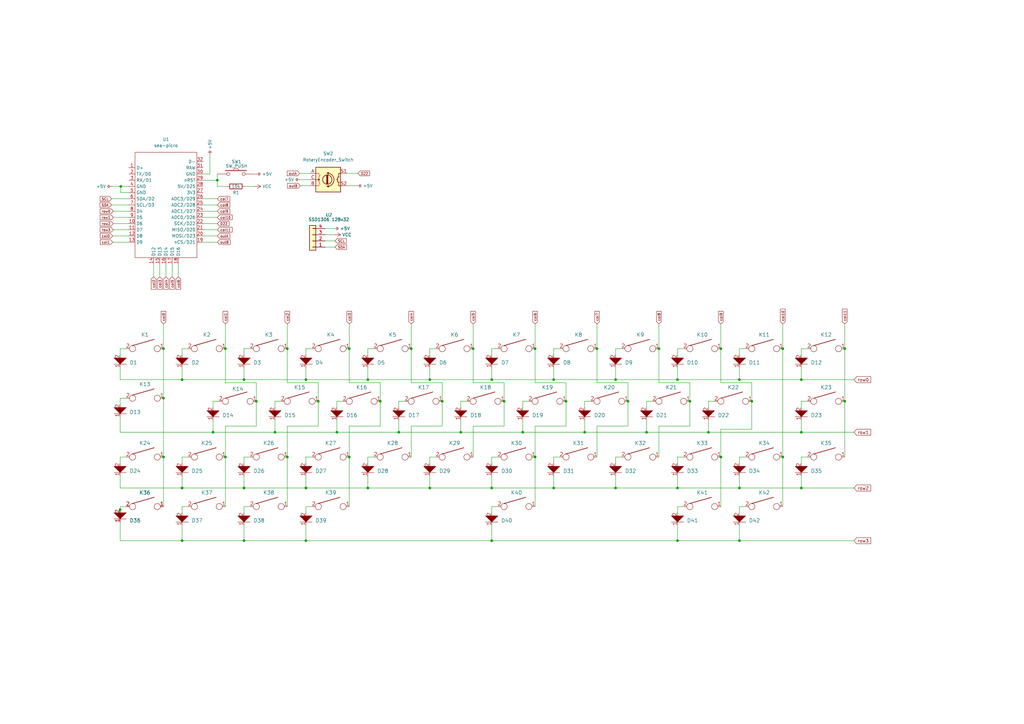
<source format=kicad_sch>
(kicad_sch (version 20211123) (generator eeschema)
  (paper "A3")
  (title_block (title "whykb") (date "2023-01-27") (rev "REV1") (comment 2 "creativecommons.org/licenses/by/4.0") (comment 3 "License: CC BY 4.0") (comment 4 "Author: github.com/danielandinh"))
  (lib_symbols
    (symbol "Connector_Generic:Conn_01x04" (pin_names (offset 1.016) hide)
      (property "Reference" "J" (at 0 5.08 0))
      (property "Value" "Conn_01x04" (at 0 -7.62 0))
      (symbol "Conn_01x04_1_1"
        (pin passive line (at -5.08 2.54 0) (length 3.81) (name "Pin_1") (number "1"))
        (pin passive line (at -5.08 0 0) (length 3.81) (name "Pin_2") (number "2"))
        (pin passive line (at -5.08 -2.54 0) (length 3.81) (name "Pin_3") (number "3"))
        (pin passive line (at -5.08 -5.08 0) (length 3.81) (name "Pin_4") (number "4"))
      )
    )
    (symbol "Device:R" (pin_numbers hide) (pin_names (offset 0))
      (property "Reference" "R" (at 2.032 0 90))
      (property "Value" "R" (at 0 0 90))
      (symbol "R_1_1"
        (pin passive line (at 0 3.81 270) (length 1.27) (name "~") (number "1"))
        (pin passive line (at 0 -3.81 90) (length 1.27) (name "~") (number "2"))
      )
    )
    (symbol "Device:RotaryEncoder_Switch" (pin_names (offset 0.254) hide)
      (property "Reference" "SW" (at 0 6.604 0))
      (property "Value" "RotaryEncoder_Switch" (at 0 -6.604 0))
      (symbol "RotaryEncoder_Switch_1_1"
        (pin passive line (at -7.62 2.54 0) (length 2.54) (name "A") (number "A"))
        (pin passive line (at -7.62 -2.54 0) (length 2.54) (name "B") (number "B"))
        (pin passive line (at -7.62 0 0) (length 2.54) (name "C") (number "C"))
        (pin passive line (at 7.62 2.54 180) (length 2.54) (name "S1") (number "S1"))
        (pin passive line (at 7.62 -2.54 180) (length 2.54) (name "S2") (number "S2"))
      )
    )
    (symbol "keyboard_parts:D" (pin_names (offset 1.016))
      (property "Reference" "D" (at -3.81 -1.27 90))
      (symbol "D_1_1"
        (pin passive line (at 0 1.27 270) (length 1.27) (name "~") (number "1"))
        (pin passive line (at 0 -3.81 90) (length 1.27) (name "~") (number "2"))
      )
    )
    (symbol "keyboard_parts:Elite-C"
      (property "Reference" "U" (at -2.54 21.59 0))
      (property "Value" "Elite-C" (at 3.81 21.59 0))
      (symbol "Elite-C_1_1"
        (pin input line (at -15.24 13.97 0) (length 2.54) (name "D+") (number "1"))
        (pin input line (at -15.24 -8.89 0) (length 2.54) (name "D6") (number "10"))
        (pin input line (at -15.24 -11.43 0) (length 2.54) (name "D7") (number "11"))
        (pin input line (at -15.24 -13.97 0) (length 2.54) (name "D8") (number "12"))
        (pin input line (at -15.24 -16.51 0) (length 2.54) (name "D9") (number "13"))
        (pin input line (at -5.08 -25.4 90) (length 2.54) (name "D12") (number "14"))
        (pin input line (at -2.54 -25.4 90) (length 2.54) (name "D13") (number "15"))
        (pin input line (at 0 -25.4 90) (length 2.54) (name "D14") (number "16"))
        (pin input line (at 2.54 -25.4 90) (length 2.54) (name "D15") (number "17"))
        (pin input line (at 5.08 -25.4 90) (length 2.54) (name "D16") (number "18"))
        (pin input line (at 15.24 -16.51 180) (length 2.54) (name "nCS/D21") (number "19"))
        (pin input line (at -15.24 11.43 0) (length 2.54) (name "TX/D0") (number "2"))
        (pin input line (at 15.24 -13.97 180) (length 2.54) (name "MOSI/D23") (number "20"))
        (pin input line (at 15.24 -11.43 180) (length 2.54) (name "MISO/D20") (number "21"))
        (pin input line (at 15.24 -8.89 180) (length 2.54) (name "SCK/D22") (number "22"))
        (pin input line (at 15.24 -6.35 180) (length 2.54) (name "ADC0/D26") (number "23"))
        (pin input line (at 15.24 -3.81 180) (length 2.54) (name "ADC1/D27") (number "24"))
        (pin input line (at 15.24 -1.27 180) (length 2.54) (name "ADC2/D28") (number "25"))
        (pin input line (at 15.24 1.27 180) (length 2.54) (name "ADC3/D29") (number "26"))
        (pin input line (at 15.24 3.81 180) (length 2.54) (name "3V3") (number "27"))
        (pin input line (at 15.24 6.35 180) (length 2.54) (name "5V/D25") (number "28"))
        (pin input line (at 15.24 8.89 180) (length 2.54) (name "nRST") (number "29"))
        (pin input line (at -15.24 8.89 0) (length 2.54) (name "RX/D1") (number "3"))
        (pin input line (at 15.24 11.43 180) (length 2.54) (name "GND") (number "30"))
        (pin input line (at 15.24 13.97 180) (length 2.54) (name "RAW") (number "31"))
        (pin input line (at 15.24 16.51 180) (length 2.54) (name "D-") (number "32"))
        (pin input line (at -15.24 6.35 0) (length 2.54) (name "GND") (number "4"))
        (pin input line (at -15.24 3.81 0) (length 2.54) (name "GND") (number "5"))
        (pin input line (at -15.24 1.27 0) (length 2.54) (name "SDA/D2") (number "6"))
        (pin input line (at -15.24 -1.27 0) (length 2.54) (name "SCL/D3") (number "7"))
        (pin input line (at -15.24 -3.81 0) (length 2.54) (name "D4") (number "8"))
        (pin input line (at -15.24 -6.35 0) (length 2.54) (name "D5") (number "9"))
      )
    )
    (symbol "keyboard_parts:GND" (power) (pin_names (offset 0))
      (property "Value" "GND" (at 0 -2.54 0))
      (symbol "GND_0_0"
        (pin power_in line (at 0 0 90) (length 0) hide (name "+5V") (number "1"))
      )
    )
    (symbol "keyboard_parts:KEYSW" (pin_names (offset 1.016))
      (property "Reference" "K?" (at -1.27 0 0))
      (symbol "KEYSW_1_1"
        (pin passive line (at 7.62 0 180) (length 1.27) (name "~") (number "1"))
        (pin passive line (at -7.62 0 0) (length 1.27) (name "~") (number "2"))
      )
    )
    (symbol "keyboard_parts:SW_PUSH" (pin_numbers hide) (pin_names (offset 1.016) hide)
      (property "Reference" "SW" (at 3.81 2.794 0))
      (property "Value" "SW_PUSH" (at 0 -2.032 0))
      (symbol "SW_PUSH_0_1"
        (pin passive inverted (at -7.62 0 0) (length 5.08) (name "1") (number "1"))
        (pin passive inverted (at 7.62 0 180) (length 5.08) (name "2") (number "2"))
      )
    )
    (symbol "power:VCC" (power) (pin_names (offset 0))
      (property "Value" "VCC" (at 0 3.81 0))
      (symbol "VCC_1_1"
        (pin power_in line (at 0 0 90) (length 0) hide (name "VCC") (number "1"))
      )
    )
  )
  (junction (at 201.676 221.742))
  (junction (at 163.576 177.292))
  (junction (at 49.53 76.454))
  (junction (at 308.356 164.592))
  (junction (at 112.776 177.292))
  (junction (at 138.176 177.292))
  (junction (at 239.776 177.292))
  (junction (at 227.076 200.152))
  (junction (at 155.956 164.592))
  (junction (at 214.376 177.292))
  (junction (at 143.256 187.452))
  (junction (at 181.356 164.592))
  (junction (at 277.876 155.702))
  (junction (at 282.956 164.592))
  (junction (at 117.856 143.002))
  (junction (at 328.676 177.292))
  (junction (at 303.276 200.152))
  (junction (at 277.876 221.742))
  (junction (at 219.456 143.002))
  (junction (at 321.056 187.452))
  (junction (at 201.676 155.702))
  (junction (at 176.276 155.702))
  (junction (at 346.456 143.002))
  (junction (at 265.176 177.292))
  (junction (at 125.476 200.152))
  (junction (at 67.056 187.452))
  (junction (at 92.456 143.002))
  (junction (at 346.456 164.592))
  (junction (at 227.076 155.702))
  (junction (at 74.676 221.742))
  (junction (at 252.476 155.702))
  (junction (at 49.276 209.042))
  (junction (at 303.276 155.702))
  (junction (at 100.076 155.702))
  (junction (at 188.976 177.292))
  (junction (at 295.656 143.002))
  (junction (at 270.256 143.002))
  (junction (at 176.276 200.152))
  (junction (at 67.056 163.322))
  (junction (at 117.856 187.452))
  (junction (at 89.154 73.914))
  (junction (at 232.156 164.592))
  (junction (at 328.676 200.152))
  (junction (at 168.656 143.002))
  (junction (at 219.456 187.452))
  (junction (at 252.476 200.152))
  (junction (at 244.856 143.002))
  (junction (at 74.676 155.702))
  (junction (at 257.556 164.592))
  (junction (at 100.076 200.152))
  (junction (at 87.376 177.292))
  (junction (at 277.876 200.152))
  (junction (at 125.476 221.742))
  (junction (at 130.556 164.592))
  (junction (at 150.876 155.702))
  (junction (at 328.676 155.702))
  (junction (at 143.256 143.002))
  (junction (at 92.456 187.452))
  (junction (at 295.656 187.452))
  (junction (at 201.676 200.152))
  (junction (at 194.056 143.002))
  (junction (at 206.756 164.592))
  (junction (at 303.276 221.742))
  (junction (at 150.876 200.152))
  (junction (at 100.076 221.742))
  (junction (at 321.056 143.002))
  (junction (at 125.476 155.702))
  (junction (at 74.676 200.152))
  (junction (at 105.156 164.592))
  (junction (at 67.056 143.002))
  (junction (at 290.576 177.292))
  (wire (pts (xy 125.476 200.152) (xy 150.876 200.152)))
  (wire (pts (xy 83.312 86.614) (xy 89.154 86.614)))
  (wire (pts (xy 252.476 155.702) (xy 277.876 155.702)))
  (wire (pts (xy 277.876 150.622) (xy 277.876 155.702)))
  (wire (pts (xy 49.276 209.042) (xy 49.276 207.772)))
  (wire (pts (xy 83.312 91.694) (xy 89.154 91.694)))
  (wire (pts (xy 290.576 172.212) (xy 290.576 177.292)))
  (wire (pts (xy 155.956 164.592) (xy 155.956 174.752)))
  (wire (pts (xy 194.056 174.752) (xy 194.056 187.452)))
  (wire (pts (xy 125.476 210.312) (xy 125.476 207.772)))
  (wire (pts (xy 49.276 207.772) (xy 51.816 207.772)))
  (wire (pts (xy 83.312 96.774) (xy 89.154 96.774)))
  (wire (pts (xy 252.476 143.002) (xy 255.016 143.002)))
  (wire (pts (xy 244.856 156.972) (xy 257.556 156.972)))
  (wire (pts (xy 125.476 145.542) (xy 125.476 143.002)))
  (wire (pts (xy 142.24 76.2) (xy 146.558 76.2)))
  (wire (pts (xy 150.876 155.702) (xy 176.276 155.702)))
  (wire (pts (xy 117.856 174.752) (xy 117.856 187.452)))
  (wire (pts (xy 308.356 164.592) (xy 308.356 176.022)))
  (wire (pts (xy 163.576 164.592) (xy 166.116 164.592)))
  (wire (pts (xy 67.056 143.002) (xy 67.056 163.322)))
  (wire (pts (xy 125.476 155.702) (xy 150.876 155.702)))
  (wire (pts (xy 100.076 207.772) (xy 102.616 207.772)))
  (wire (pts (xy 125.476 187.452) (xy 128.016 187.452)))
  (wire (pts (xy 227.076 150.622) (xy 227.076 155.702)))
  (wire (pts (xy 163.576 172.212) (xy 163.576 177.292)))
  (wire (pts (xy 303.276 143.002) (xy 305.816 143.002)))
  (wire (pts (xy 117.856 143.002) (xy 117.856 156.972)))
  (wire (pts (xy 100.076 200.152) (xy 125.476 200.152)))
  (wire (pts (xy 125.476 195.072) (xy 125.476 200.152)))
  (wire (pts (xy 163.576 167.132) (xy 163.576 164.592)))
  (wire (pts (xy 49.276 155.702) (xy 74.676 155.702)))
  (wire (pts (xy 239.776 172.212) (xy 239.776 177.292)))
  (wire (pts (xy 100.076 221.742) (xy 125.476 221.742)))
  (wire (pts (xy 74.676 215.392) (xy 74.676 221.742)))
  (wire (pts (xy 308.356 156.972) (xy 308.356 164.592)))
  (wire (pts (xy 105.156 71.374) (xy 104.394 71.374)))
  (wire (pts (xy 83.312 81.534) (xy 89.154 81.534)))
  (wire (pts (xy 346.456 143.002) (xy 346.456 132.842)))
  (wire (pts (xy 49.276 189.992) (xy 49.276 187.452)))
  (wire (pts (xy 214.376 167.132) (xy 214.376 164.592)))
  (wire (pts (xy 290.576 167.132) (xy 290.576 164.592)))
  (wire (pts (xy 232.156 174.752) (xy 219.456 174.752)))
  (wire (pts (xy 257.556 164.592) (xy 257.556 174.752)))
  (wire (pts (xy 201.676 143.002) (xy 204.216 143.002)))
  (wire (pts (xy 277.876 207.772) (xy 280.416 207.772)))
  (wire (pts (xy 244.856 143.002) (xy 244.856 132.842)))
  (wire (pts (xy 49.276 221.742) (xy 74.676 221.742)))
  (wire (pts (xy 201.676 145.542) (xy 201.676 143.002)))
  (wire (pts (xy 49.53 76.454) (xy 52.832 76.454)))
  (wire (pts (xy 112.776 164.592) (xy 115.316 164.592)))
  (wire (pts (xy 188.976 164.592) (xy 191.516 164.592)))
  (wire (pts (xy 46.228 96.774) (xy 52.832 96.774)))
  (wire (pts (xy 270.256 187.452) (xy 270.256 174.752)))
  (wire (pts (xy 125.476 221.742) (xy 201.676 221.742)))
  (wire (pts (xy 125.476 215.392) (xy 125.476 221.742)))
  (wire (pts (xy 105.156 164.592) (xy 105.156 174.752)))
  (wire (pts (xy 277.876 200.152) (xy 303.276 200.152)))
  (wire (pts (xy 201.676 150.622) (xy 201.676 155.702)))
  (wire (pts (xy 49.276 214.122) (xy 49.276 221.742)))
  (wire (pts (xy 303.276 150.622) (xy 303.276 155.702)))
  (wire (pts (xy 49.276 145.542) (xy 49.276 143.002)))
  (wire (pts (xy 87.376 172.212) (xy 87.376 177.292)))
  (wire (pts (xy 89.154 71.374) (xy 89.154 73.914)))
  (wire (pts (xy 125.476 143.002) (xy 128.016 143.002)))
  (wire (pts (xy 73.152 108.204) (xy 73.152 113.538)))
  (wire (pts (xy 201.676 210.312) (xy 201.676 207.772)))
  (wire (pts (xy 270.256 156.972) (xy 270.256 143.002)))
  (wire (pts (xy 163.576 177.292) (xy 188.976 177.292)))
  (wire (pts (xy 206.756 174.752) (xy 194.056 174.752)))
  (wire (pts (xy 328.676 200.152) (xy 350.266 200.152)))
  (wire (pts (xy 105.156 156.972) (xy 105.156 164.592)))
  (wire (pts (xy 176.276 187.452) (xy 178.816 187.452)))
  (wire (pts (xy 219.456 132.842) (xy 219.456 143.002)))
  (wire (pts (xy 100.076 150.622) (xy 100.076 155.702)))
  (wire (pts (xy 265.176 172.212) (xy 265.176 177.292)))
  (wire (pts (xy 46.228 99.314) (xy 52.832 99.314)))
  (wire (pts (xy 130.556 164.592) (xy 130.556 174.752)))
  (wire (pts (xy 150.876 195.072) (xy 150.876 200.152)))
  (wire (pts (xy 83.312 99.314) (xy 89.154 99.314)))
  (wire (pts (xy 143.256 156.972) (xy 155.956 156.972)))
  (wire (pts (xy 295.656 156.972) (xy 308.356 156.972)))
  (wire (pts (xy 214.376 172.212) (xy 214.376 177.292)))
  (wire (pts (xy 123.19 76.2) (xy 127 76.2)))
  (wire (pts (xy 138.176 172.212) (xy 138.176 177.292)))
  (wire (pts (xy 168.656 143.002) (xy 168.656 156.972)))
  (wire (pts (xy 133.35 98.806) (xy 137.414 98.806)))
  (wire (pts (xy 295.656 143.002) (xy 295.656 156.972)))
  (wire (pts (xy 201.676 200.152) (xy 227.076 200.152)))
  (wire (pts (xy 122.936 73.66) (xy 127 73.66)))
  (wire (pts (xy 168.656 187.452) (xy 168.656 174.752)))
  (wire (pts (xy 86.106 71.374) (xy 86.106 63.5)))
  (wire (pts (xy 214.376 177.292) (xy 239.776 177.292)))
  (wire (pts (xy 138.176 164.592) (xy 140.716 164.592)))
  (wire (pts (xy 277.876 143.002) (xy 280.416 143.002)))
  (wire (pts (xy 130.556 174.752) (xy 117.856 174.752)))
  (wire (pts (xy 176.276 155.702) (xy 201.676 155.702)))
  (wire (pts (xy 194.056 156.972) (xy 206.756 156.972)))
  (wire (pts (xy 112.776 177.292) (xy 138.176 177.292)))
  (wire (pts (xy 308.356 176.022) (xy 295.656 176.022)))
  (wire (pts (xy 328.676 187.452) (xy 331.216 187.452)))
  (wire (pts (xy 252.476 150.622) (xy 252.476 155.702)))
  (wire (pts (xy 201.676 221.742) (xy 277.876 221.742)))
  (wire (pts (xy 49.276 187.452) (xy 51.816 187.452)))
  (wire (pts (xy 303.276 195.072) (xy 303.276 200.152)))
  (wire (pts (xy 328.676 145.542) (xy 328.676 143.002)))
  (wire (pts (xy 176.276 200.152) (xy 201.676 200.152)))
  (wire (pts (xy 232.156 156.972) (xy 232.156 164.592)))
  (wire (pts (xy 244.856 143.002) (xy 244.856 156.972)))
  (wire (pts (xy 265.176 167.132) (xy 265.176 164.592)))
  (wire (pts (xy 277.876 187.452) (xy 280.416 187.452)))
  (wire (pts (xy 176.276 189.992) (xy 176.276 187.452)))
  (wire (pts (xy 219.456 156.972) (xy 232.156 156.972)))
  (wire (pts (xy 67.056 187.452) (xy 67.056 207.772)))
  (wire (pts (xy 290.576 164.592) (xy 293.116 164.592)))
  (wire (pts (xy 295.656 187.452) (xy 295.656 207.772)))
  (wire (pts (xy 125.476 150.622) (xy 125.476 155.702)))
  (wire (pts (xy 252.476 187.452) (xy 255.016 187.452)))
  (wire (pts (xy 150.876 143.002) (xy 153.416 143.002)))
  (wire (pts (xy 143.256 187.452) (xy 143.256 207.772)))
  (wire (pts (xy 252.476 195.072) (xy 252.476 200.152)))
  (wire (pts (xy 321.056 187.452) (xy 321.056 207.772)))
  (wire (pts (xy 194.056 143.002) (xy 194.056 132.842)))
  (wire (pts (xy 201.676 155.702) (xy 227.076 155.702)))
  (wire (pts (xy 252.476 189.992) (xy 252.476 187.452)))
  (wire (pts (xy 188.976 177.292) (xy 214.376 177.292)))
  (wire (pts (xy 49.276 163.322) (xy 51.816 163.322)))
  (wire (pts (xy 74.676 143.002) (xy 77.216 143.002)))
  (wire (pts (xy 188.976 172.212) (xy 188.976 177.292)))
  (wire (pts (xy 104.394 76.454) (xy 100.584 76.454)))
  (wire (pts (xy 328.676 164.592) (xy 331.216 164.592)))
  (wire (pts (xy 328.676 155.702) (xy 350.266 155.702)))
  (wire (pts (xy 112.776 172.212) (xy 112.776 177.292)))
  (wire (pts (xy 227.076 187.452) (xy 229.616 187.452)))
  (wire (pts (xy 282.956 164.592) (xy 282.956 156.972)))
  (wire (pts (xy 227.076 195.072) (xy 227.076 200.152)))
  (wire (pts (xy 49.276 150.622) (xy 49.276 155.702)))
  (wire (pts (xy 92.964 76.454) (xy 89.154 76.454)))
  (wire (pts (xy 87.376 177.292) (xy 112.776 177.292)))
  (wire (pts (xy 125.476 207.772) (xy 128.016 207.772)))
  (wire (pts (xy 239.776 167.132) (xy 239.776 164.592)))
  (wire (pts (xy 282.956 156.972) (xy 270.256 156.972)))
  (wire (pts (xy 117.856 132.842) (xy 117.856 143.002)))
  (wire (pts (xy 138.176 177.292) (xy 163.576 177.292)))
  (wire (pts (xy 303.276 210.312) (xy 303.276 207.772)))
  (wire (pts (xy 214.376 164.592) (xy 216.916 164.592)))
  (wire (pts (xy 321.056 143.002) (xy 321.056 187.452)))
  (wire (pts (xy 49.53 78.994) (xy 49.53 76.454)))
  (wire (pts (xy 303.276 200.152) (xy 328.676 200.152)))
  (wire (pts (xy 150.876 187.452) (xy 153.416 187.452)))
  (wire (pts (xy 303.276 145.542) (xy 303.276 143.002)))
  (wire (pts (xy 74.676 221.742) (xy 100.076 221.742)))
  (wire (pts (xy 201.676 189.992) (xy 201.676 187.452)))
  (wire (pts (xy 270.256 132.842) (xy 270.256 143.002)))
  (wire (pts (xy 252.476 145.542) (xy 252.476 143.002)))
  (wire (pts (xy 49.276 177.292) (xy 87.376 177.292)))
  (wire (pts (xy 257.556 174.752) (xy 244.856 174.752)))
  (wire (pts (xy 328.676 143.002) (xy 331.216 143.002)))
  (wire (pts (xy 181.356 174.752) (xy 181.356 164.592)))
  (wire (pts (xy 143.256 174.752) (xy 143.256 187.452)))
  (wire (pts (xy 150.876 145.542) (xy 150.876 143.002)))
  (wire (pts (xy 100.076 155.702) (xy 125.476 155.702)))
  (wire (pts (xy 83.312 71.374) (xy 86.106 71.374)))
  (wire (pts (xy 155.956 174.752) (xy 143.256 174.752)))
  (wire (pts (xy 176.276 195.072) (xy 176.276 200.152)))
  (wire (pts (xy 328.676 167.132) (xy 328.676 164.592)))
  (wire (pts (xy 168.656 174.752) (xy 181.356 174.752)))
  (wire (pts (xy 252.476 200.152) (xy 277.876 200.152)))
  (wire (pts (xy 232.156 164.592) (xy 232.156 174.752)))
  (wire (pts (xy 201.676 215.392) (xy 201.676 221.742)))
  (wire (pts (xy 92.456 156.972) (xy 105.156 156.972)))
  (wire (pts (xy 46.482 86.614) (xy 52.832 86.614)))
  (wire (pts (xy 227.076 145.542) (xy 227.076 143.002)))
  (wire (pts (xy 201.676 187.452) (xy 204.216 187.452)))
  (wire (pts (xy 328.676 150.622) (xy 328.676 155.702)))
  (wire (pts (xy 100.076 215.392) (xy 100.076 221.742)))
  (wire (pts (xy 100.076 195.072) (xy 100.076 200.152)))
  (wire (pts (xy 277.876 155.702) (xy 303.276 155.702)))
  (wire (pts (xy 227.076 189.992) (xy 227.076 187.452)))
  (wire (pts (xy 130.556 156.972) (xy 130.556 164.592)))
  (wire (pts (xy 122.936 71.12) (xy 127 71.12)))
  (wire (pts (xy 137.16 96.266) (xy 133.35 96.266)))
  (wire (pts (xy 176.276 143.002) (xy 178.816 143.002)))
  (wire (pts (xy 277.876 215.392) (xy 277.876 221.742)))
  (wire (pts (xy 49.276 200.152) (xy 74.676 200.152)))
  (wire (pts (xy 83.312 84.074) (xy 89.154 84.074)))
  (wire (pts (xy 87.376 164.592) (xy 89.916 164.592)))
  (wire (pts (xy 70.612 108.204) (xy 70.612 113.538)))
  (wire (pts (xy 67.056 163.322) (xy 67.056 187.452)))
  (wire (pts (xy 100.076 143.002) (xy 102.616 143.002)))
  (wire (pts (xy 92.456 187.452) (xy 92.456 207.772)))
  (wire (pts (xy 277.876 145.542) (xy 277.876 143.002)))
  (wire (pts (xy 346.456 164.592) (xy 346.456 187.452)))
  (wire (pts (xy 168.656 156.972) (xy 181.356 156.972)))
  (wire (pts (xy 52.832 78.994) (xy 49.53 78.994)))
  (wire (pts (xy 265.176 164.592) (xy 267.716 164.592)))
  (wire (pts (xy 303.276 215.392) (xy 303.276 221.742)))
  (wire (pts (xy 143.256 143.002) (xy 143.256 156.972)))
  (wire (pts (xy 74.676 210.312) (xy 74.676 207.772)))
  (wire (pts (xy 219.456 174.752) (xy 219.456 187.452)))
  (wire (pts (xy 74.676 195.072) (xy 74.676 200.152)))
  (wire (pts (xy 117.856 187.452) (xy 117.856 207.772)))
  (wire (pts (xy 100.076 187.452) (xy 102.616 187.452)))
  (wire (pts (xy 328.676 177.292) (xy 350.266 177.292)))
  (wire (pts (xy 303.276 155.702) (xy 328.676 155.702)))
  (wire (pts (xy 150.876 189.992) (xy 150.876 187.452)))
  (wire (pts (xy 92.456 174.752) (xy 92.456 187.452)))
  (wire (pts (xy 92.456 143.002) (xy 92.456 156.972)))
  (wire (pts (xy 328.676 195.072) (xy 328.676 200.152)))
  (wire (pts (xy 290.576 177.292) (xy 328.676 177.292)))
  (wire (pts (xy 92.456 143.002) (xy 92.456 132.842)))
  (wire (pts (xy 303.276 187.452) (xy 305.816 187.452)))
  (wire (pts (xy 83.312 73.914) (xy 89.154 73.914)))
  (wire (pts (xy 68.072 108.204) (xy 68.072 113.538)))
  (wire (pts (xy 100.076 210.312) (xy 100.076 207.772)))
  (wire (pts (xy 83.312 94.234) (xy 89.154 94.234)))
  (wire (pts (xy 328.676 172.212) (xy 328.676 177.292)))
  (wire (pts (xy 49.276 210.312) (xy 49.276 209.042)))
  (wire (pts (xy 74.676 187.452) (xy 77.216 187.452)))
  (wire (pts (xy 100.076 145.542) (xy 100.076 143.002)))
  (wire (pts (xy 244.856 174.752) (xy 244.856 187.452)))
  (wire (pts (xy 74.676 145.542) (xy 74.676 143.002)))
  (wire (pts (xy 100.076 189.992) (xy 100.076 187.452)))
  (wire (pts (xy 270.256 174.752) (xy 282.956 174.752)))
  (wire (pts (xy 74.676 155.702) (xy 100.076 155.702)))
  (wire (pts (xy 137.16 93.726) (xy 133.35 93.726)))
  (wire (pts (xy 282.956 174.752) (xy 282.956 164.592)))
  (wire (pts (xy 346.456 143.002) (xy 346.456 164.592)))
  (wire (pts (xy 219.456 187.452) (xy 219.456 207.772)))
  (wire (pts (xy 227.076 200.152) (xy 252.476 200.152)))
  (wire (pts (xy 168.656 132.842) (xy 168.656 143.002)))
  (wire (pts (xy 295.656 143.002) (xy 295.656 132.842)))
  (wire (pts (xy 105.156 174.752) (xy 92.456 174.752)))
  (wire (pts (xy 303.276 221.742) (xy 350.266 221.742)))
  (wire (pts (xy 49.276 170.942) (xy 49.276 177.292)))
  (wire (pts (xy 227.076 155.702) (xy 252.476 155.702)))
  (wire (pts (xy 74.676 150.622) (xy 74.676 155.702)))
  (wire (pts (xy 83.312 89.154) (xy 89.154 89.154)))
  (wire (pts (xy 206.756 156.972) (xy 206.756 164.592)))
  (wire (pts (xy 49.276 165.862) (xy 49.276 163.322)))
  (wire (pts (xy 257.556 156.972) (xy 257.556 164.592)))
  (wire (pts (xy 265.176 177.292) (xy 290.576 177.292)))
  (wire (pts (xy 321.056 132.842) (xy 321.056 143.002)))
  (wire (pts (xy 125.476 189.992) (xy 125.476 187.452)))
  (wire (pts (xy 112.776 167.132) (xy 112.776 164.592)))
  (wire (pts (xy 65.532 108.204) (xy 65.532 113.538)))
  (wire (pts (xy 239.776 177.292) (xy 265.176 177.292)))
  (wire (pts (xy 46.482 91.694) (xy 52.832 91.694)))
  (wire (pts (xy 277.876 195.072) (xy 277.876 200.152)))
  (wire (pts (xy 277.876 221.742) (xy 303.276 221.742)))
  (wire (pts (xy 176.276 145.542) (xy 176.276 143.002)))
  (wire (pts (xy 74.676 200.152) (xy 100.076 200.152)))
  (wire (pts (xy 117.856 156.972) (xy 130.556 156.972)))
  (wire (pts (xy 46.482 89.154) (xy 52.832 89.154)))
  (wire (pts (xy 89.154 73.914) (xy 89.154 76.454)))
  (wire (pts (xy 87.376 167.132) (xy 87.376 164.592)))
  (wire (pts (xy 46.482 94.234) (xy 52.832 94.234)))
  (wire (pts (xy 67.056 132.842) (xy 67.056 143.002)))
  (wire (pts (xy 188.976 167.132) (xy 188.976 164.592)))
  (wire (pts (xy 194.056 143.002) (xy 194.056 156.972)))
  (wire (pts (xy 328.676 189.992) (xy 328.676 187.452)))
  (wire (pts (xy 227.076 143.002) (xy 229.616 143.002)))
  (wire (pts (xy 45.72 81.534) (xy 52.832 81.534)))
  (wire (pts (xy 74.676 207.772) (xy 77.216 207.772)))
  (wire (pts (xy 138.176 167.132) (xy 138.176 164.592)))
  (wire (pts (xy 142.24 71.12) (xy 146.812 71.12)))
  (wire (pts (xy 176.276 150.622) (xy 176.276 155.702)))
  (wire (pts (xy 49.276 143.002) (xy 51.816 143.002)))
  (wire (pts (xy 201.676 195.072) (xy 201.676 200.152)))
  (wire (pts (xy 155.956 156.972) (xy 155.956 164.592)))
  (wire (pts (xy 133.35 101.346) (xy 137.414 101.346)))
  (wire (pts (xy 45.72 84.074) (xy 52.832 84.074)))
  (wire (pts (xy 74.676 189.992) (xy 74.676 187.452)))
  (wire (pts (xy 62.992 108.204) (xy 62.992 113.538)))
  (wire (pts (xy 45.72 76.454) (xy 49.53 76.454)))
  (wire (pts (xy 150.876 150.622) (xy 150.876 155.702)))
  (wire (pts (xy 295.656 176.022) (xy 295.656 187.452)))
  (wire (pts (xy 303.276 189.992) (xy 303.276 187.452)))
  (wire (pts (xy 303.276 207.772) (xy 305.816 207.772)))
  (wire (pts (xy 277.876 189.992) (xy 277.876 187.452)))
  (wire (pts (xy 49.276 195.072) (xy 49.276 200.152)))
  (wire (pts (xy 201.676 207.772) (xy 204.216 207.772)))
  (wire (pts (xy 181.356 156.972) (xy 181.356 164.592)))
  (wire (pts (xy 206.756 164.592) (xy 206.756 174.752)))
  (wire (pts (xy 143.256 143.002) (xy 143.256 132.842)))
  (wire (pts (xy 239.776 164.592) (xy 242.316 164.592)))
  (wire (pts (xy 219.456 143.002) (xy 219.456 156.972)))
  (wire (pts (xy 277.876 210.312) (xy 277.876 207.772)))
  (wire (pts (xy 150.876 200.152) (xy 176.276 200.152)))
  (global_label "col6" (shape input) (at 219.456 132.842 90) (effects (font (size 1 1))) (property "Intersheet References" "${INTERSHEET_REFS}" (effects hide)))
  (global_label "SDA" (shape input) (at 45.72 84.074 180) (effects (font (size 1 1))) (property "Intersheet References" "${INTERSHEET_REFS}" (effects hide)))
  (global_label "col11" (shape input) (at 346.456 132.842 90) (effects (font (size 1 1))) (property "Intersheet References" "${INTERSHEET_REFS}" (effects hide)))
  (global_label "col8" (shape input) (at 89.154 84.074 0) (effects (font (size 1 1))) (property "Intersheet References" "${INTERSHEET_REFS}" (effects hide)))
  (global_label "col0" (shape input) (at 67.056 132.842 90) (effects (font (size 1 1))) (property "Intersheet References" "${INTERSHEET_REFS}" (effects hide)))
  (global_label "row1" (shape input) (at 46.482 89.154 180) (effects (font (size 1 1))) (property "Intersheet References" "${INTERSHEET_REFS}" (effects hide)))
  (global_label "col1" (shape input) (at 46.228 99.314 180) (effects (font (size 1 1))) (property "Intersheet References" "${INTERSHEET_REFS}" (effects hide)))
  (global_label "col2" (shape input) (at 62.992 113.538 270) (effects (font (size 1 1))) (property "Intersheet References" "${INTERSHEET_REFS}" (effects hide)))
  (global_label "col1" (shape input) (at 92.456 132.842 90) (effects (font (size 1 1))) (property "Intersheet References" "${INTERSHEET_REFS}" (effects hide)))
  (global_label "col4" (shape input) (at 68.072 113.538 270) (effects (font (size 1 1))) (property "Intersheet References" "${INTERSHEET_REFS}" (effects hide)))
  (global_label "col5" (shape input) (at 70.612 113.538 270) (effects (font (size 1 1))) (property "Intersheet References" "${INTERSHEET_REFS}" (effects hide)))
  (global_label "col4" (shape input) (at 168.656 132.842 90) (effects (font (size 1 1))) (property "Intersheet References" "${INTERSHEET_REFS}" (effects hide)))
  (global_label "row3" (shape input) (at 46.482 94.234 180) (effects (font (size 1 1))) (property "Intersheet References" "${INTERSHEET_REFS}" (effects hide)))
  (global_label "col0" (shape input) (at 46.228 96.774 180) (effects (font (size 1 1))) (property "Intersheet References" "${INTERSHEET_REFS}" (effects hide)))
  (global_label "col9" (shape input) (at 295.656 132.842 90) (effects (font (size 1 1))) (property "Intersheet References" "${INTERSHEET_REFS}" (effects hide)))
  (global_label "SCL" (shape input) (at 45.72 81.534 180) (effects (font (size 1 1))) (property "Intersheet References" "${INTERSHEET_REFS}" (effects hide)))
  (global_label "col5" (shape input) (at 194.056 132.842 90) (effects (font (size 1 1))) (property "Intersheet References" "${INTERSHEET_REFS}" (effects hide)))
  (global_label "col7" (shape input) (at 244.856 132.842 90) (effects (font (size 1 1))) (property "Intersheet References" "${INTERSHEET_REFS}" (effects hide)))
  (global_label "col10" (shape input) (at 321.056 132.842 90) (effects (font (size 1 1))) (property "Intersheet References" "${INTERSHEET_REFS}" (effects hide)))
  (global_label "outA" (shape input) (at 122.936 71.12 180) (effects (font (size 1 1))) (property "Intersheet References" "${INTERSHEET_REFS}" (effects hide)))
  (global_label "SDA" (shape input) (at 137.414 101.346 0) (effects (font (size 1 1))) (property "Intersheet References" "${INTERSHEET_REFS}" (effects hide)))
  (global_label "D22" (shape input) (at 89.154 91.694 0) (effects (font (size 1 1))) (property "Intersheet References" "${INTERSHEET_REFS}" (effects hide)))
  (global_label "D22" (shape input) (at 146.812 71.12 0) (effects (font (size 1 1))) (property "Intersheet References" "${INTERSHEET_REFS}" (effects hide)))
  (global_label "col11" (shape input) (at 89.154 94.234 0) (effects (font (size 1 1))) (property "Intersheet References" "${INTERSHEET_REFS}" (effects hide)))
  (global_label "col7" (shape input) (at 89.154 81.534 0) (effects (font (size 1 1))) (property "Intersheet References" "${INTERSHEET_REFS}" (effects hide)))
  (global_label "col2" (shape input) (at 117.856 132.842 90) (effects (font (size 1 1))) (property "Intersheet References" "${INTERSHEET_REFS}" (effects hide)))
  (global_label "col3" (shape input) (at 143.256 132.842 90) (effects (font (size 1 1))) (property "Intersheet References" "${INTERSHEET_REFS}" (effects hide)))
  (global_label "row3" (shape input) (at 350.266 221.742 0) (property "Intersheet References" "${INTERSHEET_REFS}" (effects hide)))
  (global_label "row2" (shape input) (at 350.266 200.152 0) (property "Intersheet References" "${INTERSHEET_REFS}" (effects hide)))
  (global_label "col8" (shape input) (at 270.256 132.842 90) (effects (font (size 1 1))) (property "Intersheet References" "${INTERSHEET_REFS}" (effects hide)))
  (global_label "outB" (shape input) (at 89.154 99.314 0) (effects (font (size 1 1))) (property "Intersheet References" "${INTERSHEET_REFS}" (effects hide)))
  (global_label "row1" (shape input) (at 350.266 177.292 0) (property "Intersheet References" "${INTERSHEET_REFS}" (effects hide)))
  (global_label "col9" (shape input) (at 89.154 86.614 0) (effects (font (size 1 1))) (property "Intersheet References" "${INTERSHEET_REFS}" (effects hide)))
  (global_label "col10" (shape input) (at 89.154 89.154 0) (effects (font (size 1 1))) (property "Intersheet References" "${INTERSHEET_REFS}" (effects hide)))
  (global_label "outB" (shape input) (at 123.19 76.2 180) (effects (font (size 1 1))) (property "Intersheet References" "${INTERSHEET_REFS}" (effects hide)))
  (global_label "row0" (shape input) (at 46.482 86.614 180) (effects (font (size 1 1))) (property "Intersheet References" "${INTERSHEET_REFS}" (effects hide)))
  (global_label "outA" (shape input) (at 89.154 96.774 0) (effects (font (size 1 1))) (property "Intersheet References" "${INTERSHEET_REFS}" (effects hide)))
  (global_label "col6" (shape input) (at 73.152 113.538 270) (effects (font (size 1 1))) (property "Intersheet References" "${INTERSHEET_REFS}" (effects hide)))
  (global_label "row0" (shape input) (at 350.266 155.702 0) (property "Intersheet References" "${INTERSHEET_REFS}" (effects hide)))
  (global_label "col3" (shape input) (at 65.532 113.538 270) (effects (font (size 1 1))) (property "Intersheet References" "${INTERSHEET_REFS}" (effects hide)))
  (global_label "SCL" (shape input) (at 137.414 98.806 0) (effects (font (size 1 1))) (property "Intersheet References" "${INTERSHEET_REFS}" (effects hide)))
  (global_label "row2" (shape input) (at 46.482 91.694 180) (effects (font (size 1 1))) (property "Intersheet References" "${INTERSHEET_REFS}" (effects hide)))
  (symbol (lib_id "keyboard_parts:KEYSW") (at 237.236 143.002 0) (unit 1)
    (property "Reference" "K8" (at 237.236 137.287 0) (effects (font (size 1.524 1.524))))
    (property "Value" "KEYSW" (effects hide))
    (property "Footprint" "MX_Only:MXOnly-1U-NoLED" (effects hide))
  )
  (symbol (lib_id "keyboard_parts:GND") (at 105.156 71.374 90) (unit 1)
    (property "Reference" "#PWR02" (effects hide))
    (property "Value" "GND" (at 111.506 71.374 90) (effects (justify left)))
  )
  (symbol (lib_id "keyboard_parts:KEYSW") (at 110.236 143.002 0) (unit 1)
    (property "Reference" "K3" (at 110.236 137.287 0) (effects (font (size 1.524 1.524))))
    (property "Value" "KEYSW" (effects hide))
    (property "Footprint" "MX_Only:MXOnly-1U-NoLED" (effects hide))
  )
  (symbol (lib_id "keyboard_parts:KEYSW") (at 300.736 164.592 0) (unit 1)
    (property "Reference" "K22" (at 300.736 158.877 0) (effects (font (size 1.524 1.524))))
    (property "Value" "KEYSW" (effects hide))
    (property "Footprint" "MX_Only:MXOnly-1U-NoLED" (effects hide))
  )
  (symbol (lib_id "keyboard_parts:D") (at 265.176 170.942 180) (unit 1)
    (property "Reference" "D21" (at 268.986 170.307 0) (effects (font (size 1.524 1.524)) (justify right)))
    (property "Value" "D" (effects hide))
    (property "Footprint" "keyboard_parts:D_SOD123_axial" (effects hide))
  )
  (symbol (lib_id "keyboard_parts:D") (at 277.876 193.802 180) (unit 1)
    (property "Reference" "D33" (at 281.686 193.167 0) (effects (font (size 1.524 1.524)) (justify right)))
    (property "Value" "D" (effects hide))
    (property "Footprint" "keyboard_parts:D_SOD123_axial" (effects hide))
  )
  (symbol (lib_id "keyboard_parts:GND") (at 86.106 63.5 180) (unit 1)
    (property "Reference" "#PWR01" (effects hide))
    (property "Value" "GND" (at 86.106 57.15 90) (effects (justify left)))
  )
  (symbol (lib_id "keyboard_parts:D") (at 303.276 149.352 180) (unit 1)
    (property "Reference" "D11" (at 307.086 148.717 0) (effects (font (size 1.524 1.524)) (justify right)))
    (property "Value" "D" (effects hide))
    (property "Footprint" "keyboard_parts:D_SOD123_axial" (effects hide))
  )
  (symbol (lib_id "keyboard_parts:D") (at 100.076 149.352 180) (unit 1)
    (property "Reference" "D3" (at 103.886 148.717 0) (effects (font (size 1.524 1.524)) (justify right)))
    (property "Value" "D" (effects hide))
    (property "Footprint" "keyboard_parts:D_SOD123_axial" (effects hide))
  )
  (symbol (lib_id "keyboard_parts:KEYSW") (at 338.836 187.452 0) (unit 1)
    (property "Reference" "K35" (at 338.836 181.737 0) (effects (font (size 1.524 1.524))))
    (property "Value" "KEYSW" (effects hide))
    (property "Footprint" "MX_Only:MXOnly-1.25U-NoLED" (effects hide))
  )
  (symbol (lib_id "keyboard_parts:KEYSW") (at 186.436 143.002 0) (unit 1)
    (property "Reference" "K6" (at 186.436 137.287 0) (effects (font (size 1.524 1.524))))
    (property "Value" "KEYSW" (effects hide))
    (property "Footprint" "MX_Only:MXOnly-1U-NoLED" (effects hide))
  )
  (symbol (lib_id "keyboard_parts:KEYSW") (at 275.336 164.592 0) (unit 1)
    (property "Reference" "K21" (at 275.336 158.877 0) (effects (font (size 1.524 1.524))))
    (property "Value" "KEYSW" (effects hide))
    (property "Footprint" "MX_Only:MXOnly-1U-NoLED" (effects hide))
  )
  (symbol (lib_id "keyboard_parts:KEYSW") (at 135.636 207.772 0) (unit 1)
    (property "Reference" "K39" (at 135.636 202.057 0) (effects (font (size 1.524 1.524))))
    (property "Value" "KEYSW" (effects hide))
    (property "Footprint" "MX_Only:MXOnly-1U-NoLED" (effects hide))
  )
  (symbol (lib_id "keyboard_parts:KEYSW") (at 97.536 164.592 0) (unit 1)
    (property "Reference" "K14" (at 97.536 159.512 0) (effects (font (size 1.524 1.524))))
    (property "Value" "KEYSW" (effects hide))
    (property "Footprint" "MX_Only:MXOnly-1U-NoLED" (effects hide))
  )
  (symbol (lib_id "keyboard_parts:KEYSW") (at 186.436 187.452 0) (unit 1)
    (property "Reference" "K29" (at 186.436 181.737 0) (effects (font (size 1.524 1.524))))
    (property "Value" "KEYSW" (effects hide))
    (property "Footprint" "MX_Only:MXOnly-1U-NoLED" (effects hide))
  )
  (symbol (lib_id "keyboard_parts:KEYSW") (at 122.936 164.592 0) (unit 1)
    (property "Reference" "K15" (at 122.936 158.877 0) (effects (font (size 1.524 1.524))))
    (property "Value" "KEYSW" (effects hide))
    (property "Footprint" "MX_Only:MXOnly-1U-NoLED" (effects hide))
  )
  (symbol (lib_id "keyboard_parts:D") (at 227.076 193.802 180) (unit 1)
    (property "Reference" "D31" (at 230.886 193.167 0) (effects (font (size 1.524 1.524)) (justify right)))
    (property "Value" "D" (effects hide))
    (property "Footprint" "keyboard_parts:D_SOD123_axial" (effects hide))
  )
  (symbol (lib_id "keyboard_parts:D") (at 125.476 214.122 180) (unit 1)
    (property "Reference" "D39" (at 129.286 213.487 0) (effects (font (size 1.524 1.524)) (justify right)))
    (property "Value" "D" (effects hide))
    (property "Footprint" "keyboard_parts:D_SOD123_axial" (effects hide))
  )
  (symbol (lib_id "keyboard_parts:D") (at 328.676 149.352 180) (unit 1)
    (property "Reference" "D12" (at 332.486 148.717 0) (effects (font (size 1.524 1.524)) (justify right)))
    (property "Value" "D" (effects hide))
    (property "Footprint" "keyboard_parts:D_SOD123_axial" (effects hide))
  )
  (symbol (lib_id "keyboard_parts:D") (at 201.676 149.352 180) (unit 1)
    (property "Reference" "D7" (at 205.486 148.717 0) (effects (font (size 1.524 1.524)) (justify right)))
    (property "Value" "D" (effects hide))
    (property "Footprint" "keyboard_parts:D_SOD123_axial" (effects hide))
  )
  (symbol (lib_id "keyboard_parts:KEYSW") (at 199.136 164.592 0) (unit 1)
    (property "Reference" "K18" (at 199.136 158.877 0) (effects (font (size 1.524 1.524))))
    (property "Value" "KEYSW" (effects hide))
    (property "Footprint" "MX_Only:MXOnly-1U-NoLED" (effects hide))
  )
  (symbol (lib_id "keyboard_parts:D") (at 188.976 170.942 180) (unit 1)
    (property "Reference" "D18" (at 192.786 170.307 0) (effects (font (size 1.524 1.524)) (justify right)))
    (property "Value" "D" (effects hide))
    (property "Footprint" "keyboard_parts:D_SOD123_axial" (effects hide))
  )
  (symbol (lib_id "keyboard_parts:D") (at 201.676 214.122 180) (unit 1)
    (property "Reference" "D40" (at 205.486 213.487 0) (effects (font (size 1.524 1.524)) (justify right)))
    (property "Value" "D" (effects hide))
    (property "Footprint" "keyboard_parts:D_SOD123_axial" (effects hide))
  )
  (symbol (lib_id "Device:R") (at 96.774 76.454 270) (unit 1)
    (property "Reference" "R1" (at 96.774 78.994 90))
    (property "Value" "10k" (at 96.774 76.454 90))
    (property "Footprint" "keebio_parts:R_0805" (effects hide))
  )
  (symbol (lib_id "keyboard_parts:KEYSW") (at 84.836 207.772 0) (unit 1)
    (property "Reference" "K37" (at 84.836 202.057 0) (effects (font (size 1.524 1.524))))
    (property "Value" "KEYSW" (effects hide))
    (property "Footprint" "MX_Only:MXOnly-1U-NoLED" (effects hide))
  )
  (symbol (lib_id "keyboard_parts:KEYSW") (at 338.836 143.002 0) (unit 1)
    (property "Reference" "K12" (at 338.836 137.287 0) (effects (font (size 1.524 1.524))))
    (property "Value" "KEYSW" (effects hide))
    (property "Footprint" "MX_Only:MXOnly-1.5U-NoLED" (effects hide))
  )
  (symbol (lib_id "keyboard_parts:D") (at 125.476 193.802 180) (unit 1)
    (property "Reference" "D27" (at 129.286 193.167 0) (effects (font (size 1.524 1.524)) (justify right)))
    (property "Value" "D" (effects hide))
    (property "Footprint" "keyboard_parts:D_SOD123_axial" (effects hide))
  )
  (symbol (lib_id "keyboard_parts:D") (at 100.076 193.802 180) (unit 1)
    (property "Reference" "D26" (at 103.886 193.167 0) (effects (font (size 1.524 1.524)) (justify right)))
    (property "Value" "D" (effects hide))
    (property "Footprint" "keyboard_parts:D_SOD123_axial" (effects hide))
  )
  (symbol (lib_id "keyboard_parts:KEYSW") (at 224.536 164.592 0) (unit 1)
    (property "Reference" "K19" (at 224.536 158.877 0) (effects (font (size 1.524 1.524))))
    (property "Value" "KEYSW" (effects hide))
    (property "Footprint" "MX_Only:MXOnly-1U-NoLED" (effects hide))
  )
  (symbol (lib_id "keyboard_parts:KEYSW") (at 161.036 187.452 0) (unit 1)
    (property "Reference" "K28" (at 161.036 181.737 0) (effects (font (size 1.524 1.524))))
    (property "Value" "KEYSW" (effects hide))
    (property "Footprint" "MX_Only:MXOnly-1U-NoLED" (effects hide))
  )
  (symbol (lib_id "keyboard_parts:D") (at 125.476 149.352 180) (unit 1)
    (property "Reference" "D4" (at 129.286 148.717 0) (effects (font (size 1.524 1.524)) (justify right)))
    (property "Value" "D" (effects hide))
    (property "Footprint" "keyboard_parts:D_SOD123_axial" (effects hide))
  )
  (symbol (lib_id "keyboard_parts:KEYSW") (at 173.736 164.592 0) (unit 1)
    (property "Reference" "K17" (at 173.736 158.877 0) (effects (font (size 1.524 1.524))))
    (property "Value" "KEYSW" (effects hide))
    (property "Footprint" "MX_Only:MXOnly-1U-NoLED" (effects hide))
  )
  (symbol (lib_id "keyboard_parts:KEYSW") (at 84.836 187.452 0) (unit 1)
    (property "Reference" "K25" (at 84.836 181.737 0) (effects (font (size 1.524 1.524))))
    (property "Value" "KEYSW" (effects hide))
    (property "Footprint" "MX_Only:MXOnly-1.75U-NoLED" (effects hide))
  )
  (symbol (lib_id "keyboard_parts:KEYSW") (at 313.436 187.452 0) (unit 1)
    (property "Reference" "K34" (at 313.436 181.737 0) (effects (font (size 1.524 1.524))))
    (property "Value" "KEYSW" (effects hide))
    (property "Footprint" "MX_Only:MXOnly-1U-NoLED" (effects hide))
  )
  (symbol (lib_id "keyboard_parts:D") (at 163.576 170.942 180) (unit 1)
    (property "Reference" "D17" (at 167.386 170.307 0) (effects (font (size 1.524 1.524)) (justify right)))
    (property "Value" "D" (effects hide))
    (property "Footprint" "keyboard_parts:D_SOD123_axial" (effects hide))
  )
  (symbol (lib_id "keyboard_parts:D") (at 100.076 214.122 180) (unit 1)
    (property "Reference" "D38" (at 103.886 213.487 0) (effects (font (size 1.524 1.524)) (justify right)))
    (property "Value" "D" (effects hide))
    (property "Footprint" "keyboard_parts:D_SOD123_axial" (effects hide))
  )
  (symbol (lib_id "keyboard_parts:GND") (at 137.16 93.726 90) (unit 1)
    (property "Reference" "#PWR07" (effects hide))
    (property "Value" "GND" (at 143.51 93.726 90) (effects (justify left)))
  )
  (symbol (lib_id "keyboard_parts:KEYSW") (at 84.836 143.002 0) (unit 1)
    (property "Reference" "K2" (at 84.836 137.287 0) (effects (font (size 1.524 1.524))))
    (property "Value" "KEYSW" (effects hide))
    (property "Footprint" "MX_Only:MXOnly-1U-NoLED" (effects hide))
  )
  (symbol (lib_id "keyboard_parts:D") (at 290.576 170.942 180) (unit 1)
    (property "Reference" "D22" (at 294.386 170.307 0) (effects (font (size 1.524 1.524)) (justify right)))
    (property "Value" "D" (effects hide))
    (property "Footprint" "keyboard_parts:D_SOD123_axial" (effects hide))
  )
  (symbol (lib_id "keyboard_parts:GND") (at 146.558 76.2 90) (unit 1)
    (property "Reference" "#PWR04" (effects hide))
    (property "Value" "GND" (at 152.908 76.2 90) (effects (justify left)))
  )
  (symbol (lib_id "power:VCC") (at 104.394 76.454 270) (unit 1)
    (property "Reference" "#PWR06" (effects hide))
    (property "Value" "VCC" (at 107.569 76.454 90) (effects (justify left)))
  )
  (symbol (lib_id "keyboard_parts:KEYSW") (at 211.836 207.772 0) (unit 1)
    (property "Reference" "K40" (at 211.836 202.057 0) (effects (font (size 1.524 1.524))))
    (property "Value" "KEYSW" (effects hide))
    (property "Footprint" "MX_Only:MXOnly-7U-NoLED" (effects hide))
  )
  (symbol (lib_id "keyboard_parts:D") (at 74.676 149.352 180) (unit 1)
    (property "Reference" "D2" (at 78.486 148.717 0) (effects (font (size 1.524 1.524)) (justify right)))
    (property "Value" "D" (effects hide))
    (property "Footprint" "keyboard_parts:D_SOD123_axial" (effects hide))
  )
  (symbol (lib_id "keyboard_parts:KEYSW") (at 135.636 143.002 0) (unit 1)
    (property "Reference" "K4" (at 135.636 137.287 0) (effects (font (size 1.524 1.524))))
    (property "Value" "KEYSW" (effects hide))
    (property "Footprint" "MX_Only:MXOnly-1U-NoLED" (effects hide))
  )
  (symbol (lib_id "keyboard_parts:D") (at 227.076 149.352 180) (unit 1)
    (property "Reference" "D8" (at 230.886 148.717 0) (effects (font (size 1.524 1.524)) (justify right)))
    (property "Value" "D" (effects hide))
    (property "Footprint" "keyboard_parts:D_SOD123_axial" (effects hide))
  )
  (symbol (lib_id "keyboard_parts:KEYSW") (at 288.036 207.772 0) (unit 1)
    (property "Reference" "K41" (at 288.036 202.057 0) (effects (font (size 1.524 1.524))))
    (property "Value" "KEYSW" (effects hide))
    (property "Footprint" "MX_Only:MXOnly-1.25U-NoLED" (effects hide))
  )
  (symbol (lib_id "keyboard_parts:KEYSW") (at 313.436 143.002 0) (unit 1)
    (property "Reference" "K11" (at 313.436 137.287 0) (effects (font (size 1.524 1.524))))
    (property "Value" "KEYSW" (effects hide))
    (property "Footprint" "MX_Only:MXOnly-1U-NoLED" (effects hide))
  )
  (symbol (lib_id "keyboard_parts:D") (at 252.476 193.802 180) (unit 1)
    (property "Reference" "D32" (at 256.286 193.167 0) (effects (font (size 1.524 1.524)) (justify right)))
    (property "Value" "D" (effects hide))
    (property "Footprint" "keyboard_parts:D_SOD123_axial" (effects hide))
  )
  (symbol (lib_id "keyboard_parts:KEYSW") (at 59.436 207.772 0) (unit 1)
    (property "Reference" "K36" (at 59.436 202.057 0) (effects (font (size 1.524 1.524))))
    (property "Value" "KEYSW" (effects hide))
    (property "Footprint" "MX_Only:MXOnly-1U-NoLED" (effects hide))
  )
  (symbol (lib_id "keyboard_parts:KEYSW") (at 313.436 207.772 0) (unit 1)
    (property "Reference" "K42" (at 313.436 202.057 0) (effects (font (size 1.524 1.524))))
    (property "Value" "KEYSW" (effects hide))
    (property "Footprint" "MX_Only:MXOnly-1U-NoLED" (effects hide))
  )
  (symbol (lib_id "Connector_Generic:Conn_01x04") (at 128.27 98.806 180) (unit 1)
    (property "Reference" "U2" (at 134.874 88.138 0))
    (property "Value" "SSD1306 128x32" (at 134.874 90.043 0))
    (property "Footprint" "KiCad-SSD1306-0.91-OLED-4pin-128x32:SSD1306-0.91-OLED-4pin-128x32" (effects hide))
  )
  (symbol (lib_id "keyboard_parts:KEYSW") (at 288.036 187.452 0) (unit 1)
    (property "Reference" "K33" (at 288.036 181.737 0) (effects (font (size 1.524 1.524))))
    (property "Value" "KEYSW" (effects hide))
    (property "Footprint" "MX_Only:MXOnly-1U-NoLED" (effects hide))
  )
  (symbol (lib_id "keyboard_parts:KEYSW") (at 59.436 143.002 0) (unit 1)
    (property "Reference" "K1" (at 59.436 137.287 0) (effects (font (size 1.524 1.524))))
    (property "Value" "KEYSW" (effects hide))
    (property "Footprint" "MX_Only:MXOnly-1.5U-NoLED" (effects hide))
  )
  (symbol (lib_id "keyboard_parts:KEYSW") (at 249.936 164.592 0) (unit 1)
    (property "Reference" "K20" (at 249.936 158.877 0) (effects (font (size 1.524 1.524))))
    (property "Value" "KEYSW" (effects hide))
    (property "Footprint" "MX_Only:MXOnly-1U-NoLED" (effects hide))
  )
  (symbol (lib_id "keyboard_parts:D") (at 49.276 169.672 180) (unit 1)
    (property "Reference" "D13" (at 53.086 169.037 0) (effects (font (size 1.524 1.524)) (justify right)))
    (property "Value" "D" (effects hide))
    (property "Footprint" "keyboard_parts:D_SOD123_axial" (effects hide))
  )
  (symbol (lib_id "keyboard_parts:KEYSW") (at 262.636 187.452 0) (unit 1)
    (property "Reference" "K32" (at 262.636 181.737 0) (effects (font (size 1.524 1.524))))
    (property "Value" "KEYSW" (effects hide))
    (property "Footprint" "MX_Only:MXOnly-1U-NoLED" (effects hide))
  )
  (symbol (lib_id "keyboard_parts:D") (at 150.876 193.802 180) (unit 1)
    (property "Reference" "D28" (at 154.686 193.167 0) (effects (font (size 1.524 1.524)) (justify right)))
    (property "Value" "D" (effects hide))
    (property "Footprint" "keyboard_parts:D_SOD123_axial" (effects hide))
  )
  (symbol (lib_id "keyboard_parts:GND") (at 45.72 76.454 270) (unit 1)
    (property "Reference" "#PWR05" (effects hide))
    (property "Value" "GND" (at 39.37 76.454 90) (effects (justify left)))
  )
  (symbol (lib_id "keyboard_parts:D") (at 201.676 193.802 180) (unit 1)
    (property "Reference" "D30" (at 205.486 193.167 0) (effects (font (size 1.524 1.524)) (justify right)))
    (property "Value" "D" (effects hide))
    (property "Footprint" "keyboard_parts:D_SOD123_axial" (effects hide))
  )
  (symbol (lib_id "keyboard_parts:D") (at 303.276 214.122 180) (unit 1)
    (property "Reference" "D42" (at 307.086 213.487 0) (effects (font (size 1.524 1.524)) (justify right)))
    (property "Value" "D" (effects hide))
    (property "Footprint" "keyboard_parts:D_SOD123_axial" (effects hide))
  )
  (symbol (lib_id "keyboard_parts:D") (at 138.176 170.942 180) (unit 1)
    (property "Reference" "D16" (at 141.986 170.307 0) (effects (font (size 1.524 1.524)) (justify right)))
    (property "Value" "D" (effects hide))
    (property "Footprint" "keyboard_parts:D_SOD123_axial" (effects hide))
  )
  (symbol (lib_id "keyboard_parts:D") (at 74.676 214.122 180) (unit 1)
    (property "Reference" "D37" (at 78.486 213.487 0) (effects (font (size 1.524 1.524)) (justify right)))
    (property "Value" "D" (effects hide))
    (property "Footprint" "keyboard_parts:D_SOD123_axial" (effects hide))
  )
  (symbol (lib_id "keyboard_parts:KEYSW") (at 211.836 143.002 0) (unit 1)
    (property "Reference" "K7" (at 211.836 137.287 0) (effects (font (size 1.524 1.524))))
    (property "Value" "KEYSW" (effects hide))
    (property "Footprint" "MX_Only:MXOnly-1U-NoLED" (effects hide))
  )
  (symbol (lib_id "keyboard_parts:D") (at 49.276 212.852 180) (unit 1)
    (property "Reference" "D36" (at 53.086 213.487 0) (effects (font (size 1.524 1.524)) (justify right)))
    (property "Value" "D" (effects hide))
    (property "Footprint" "keyboard_parts:D_SOD123_axial" (effects hide))
  )
  (symbol (lib_id "keyboard_parts:D") (at 252.476 149.352 180) (unit 1)
    (property "Reference" "D9" (at 256.286 148.717 0) (effects (font (size 1.524 1.524)) (justify right)))
    (property "Value" "D" (effects hide))
    (property "Footprint" "keyboard_parts:D_SOD123_axial" (effects hide))
  )
  (symbol (lib_id "keyboard_parts:D") (at 49.276 193.802 180) (unit 1)
    (property "Reference" "D24" (at 53.086 193.167 0) (effects (font (size 1.524 1.524)) (justify right)))
    (property "Value" "D" (effects hide))
    (property "Footprint" "keyboard_parts:D_SOD123_axial" (effects hide))
  )
  (symbol (lib_id "keyboard_parts:KEYSW") (at 110.236 207.772 0) (unit 1)
    (property "Reference" "K38" (at 110.236 202.057 0) (effects (font (size 1.524 1.524))))
    (property "Value" "KEYSW" (effects hide))
    (property "Footprint" "MX_Only:MXOnly-1U-NoLED" (effects hide))
  )
  (symbol (lib_id "keyboard_parts:Elite-C") (at 68.072 82.804 0) (unit 1)
    (property "Reference" "U1" (at 68.072 57.15 0))
    (property "Value" "sea-picro" (at 68.072 59.69 0))
    (property "Footprint" "sea-picro:sea-picro" (effects hide))
  )
  (symbol (lib_id "keyboard_parts:D") (at 87.376 170.942 180) (unit 1)
    (property "Reference" "D14" (at 91.186 170.307 0) (effects (font (size 1.524 1.524)) (justify right)))
    (property "Value" "D" (effects hide))
    (property "Footprint" "keyboard_parts:D_SOD123_axial" (effects hide))
  )
  (symbol (lib_id "keyboard_parts:KEYSW") (at 288.036 143.002 0) (unit 1)
    (property "Reference" "K10" (at 288.036 137.287 0) (effects (font (size 1.524 1.524))))
    (property "Value" "KEYSW" (effects hide))
    (property "Footprint" "MX_Only:MXOnly-1U-NoLED" (effects hide))
  )
  (symbol (lib_id "keyboard_parts:KEYSW") (at 338.836 164.592 0) (unit 1)
    (property "Reference" "K23" (at 338.836 158.877 0) (effects (font (size 1.524 1.524))))
    (property "Value" "KEYSW" (effects hide))
    (property "Footprint" "MX_Only:MXOnly-1.75U-NoLED" (effects hide))
  )
  (symbol (lib_id "keyboard_parts:D") (at 214.376 170.942 180) (unit 1)
    (property "Reference" "D19" (at 218.186 170.307 0) (effects (font (size 1.524 1.524)) (justify right)))
    (property "Value" "D" (effects hide))
    (property "Footprint" "keyboard_parts:D_SOD123_axial" (effects hide))
  )
  (symbol (lib_id "keyboard_parts:D") (at 328.676 170.942 180) (unit 1)
    (property "Reference" "D23" (at 332.486 170.307 0) (effects (font (size 1.524 1.524)) (justify right)))
    (property "Value" "D" (effects hide))
    (property "Footprint" "keyboard_parts:D_SOD123_axial" (effects hide))
  )
  (symbol (lib_id "keyboard_parts:KEYSW") (at 211.836 187.452 0) (unit 1)
    (property "Reference" "K30" (at 211.836 181.737 0) (effects (font (size 1.524 1.524))))
    (property "Value" "KEYSW" (effects hide))
    (property "Footprint" "MX_Only:MXOnly-1U-NoLED" (effects hide))
  )
  (symbol (lib_id "keyboard_parts:KEYSW") (at 148.336 164.592 0) (unit 1)
    (property "Reference" "K16" (at 148.336 158.877 0) (effects (font (size 1.524 1.524))))
    (property "Value" "KEYSW" (effects hide))
    (property "Footprint" "MX_Only:MXOnly-1U-NoLED" (effects hide))
  )
  (symbol (lib_id "keyboard_parts:D") (at 328.676 193.802 180) (unit 1)
    (property "Reference" "D35" (at 332.486 193.167 0) (effects (font (size 1.524 1.524)) (justify right)))
    (property "Value" "D" (effects hide))
    (property "Footprint" "keyboard_parts:D_SOD123_axial" (effects hide))
  )
  (symbol (lib_id "keyboard_parts:D") (at 150.876 149.352 180) (unit 1)
    (property "Reference" "D5" (at 154.686 148.717 0) (effects (font (size 1.524 1.524)) (justify right)))
    (property "Value" "D" (effects hide))
    (property "Footprint" "keyboard_parts:D_SOD123_axial" (effects hide))
  )
  (symbol (lib_id "keyboard_parts:KEYSW") (at 59.436 163.322 0) (unit 1)
    (property "Reference" "K13" (at 59.436 157.607 0) (effects (font (size 1.524 1.524))))
    (property "Value" "KEYSW" (effects hide))
    (property "Footprint" "MX_Only:MXOnly-2.25U-NoLED" (effects hide))
  )
  (symbol (lib_id "keyboard_parts:D") (at 239.776 170.942 180) (unit 1)
    (property "Reference" "D20" (at 243.586 170.307 0) (effects (font (size 1.524 1.524)) (justify right)))
    (property "Value" "D" (effects hide))
    (property "Footprint" "keyboard_parts:D_SOD123_axial" (effects hide))
  )
  (symbol (lib_id "Device:RotaryEncoder_Switch") (at 134.62 73.66 0) (unit 1)
    (property "Reference" "SW2" (at 134.62 62.992 0))
    (property "Value" "RotaryEncoder_Switch" (at 134.62 65.532 0))
    (property "Footprint" "keebio_parts:RotaryEncoder_Alps_EC11E-Switch_Vertical_H20mm" (effects hide))
  )
  (symbol (lib_id "keyboard_parts:D") (at 176.276 193.802 180) (unit 1)
    (property "Reference" "D29" (at 180.086 193.167 0) (effects (font (size 1.524 1.524)) (justify right)))
    (property "Value" "D" (effects hide))
    (property "Footprint" "keyboard_parts:D_SOD123_axial" (effects hide))
  )
  (symbol (lib_id "keyboard_parts:KEYSW") (at 110.236 187.452 0) (unit 1)
    (property "Reference" "K26" (at 110.236 181.737 0) (effects (font (size 1.524 1.524))))
    (property "Value" "KEYSW" (effects hide))
    (property "Footprint" "MX_Only:MXOnly-1U-NoLED" (effects hide))
  )
  (symbol (lib_id "keyboard_parts:GND") (at 122.936 73.66 270) (unit 1)
    (property "Reference" "#PWR03" (effects hide))
    (property "Value" "GND" (at 116.586 73.66 90) (effects (justify left)))
  )
  (symbol (lib_id "power:VCC") (at 137.16 96.266 270) (unit 1)
    (property "Reference" "#PWR08" (effects hide))
    (property "Value" "VCC" (at 140.335 96.266 90) (effects (justify left)))
  )
  (symbol (lib_id "keyboard_parts:D") (at 277.876 214.122 180) (unit 1)
    (property "Reference" "D41" (at 281.686 213.487 0) (effects (font (size 1.524 1.524)) (justify right)))
    (property "Value" "D" (effects hide))
    (property "Footprint" "keyboard_parts:D_SOD123_axial" (effects hide))
  )
  (symbol (lib_id "keyboard_parts:KEYSW") (at 262.636 143.002 0) (unit 1)
    (property "Reference" "K9" (at 262.636 137.287 0) (effects (font (size 1.524 1.524))))
    (property "Value" "KEYSW" (effects hide))
    (property "Footprint" "MX_Only:MXOnly-1U-NoLED" (effects hide))
  )
  (symbol (lib_id "keyboard_parts:D") (at 49.276 149.352 180) (unit 1)
    (property "Reference" "D1" (at 53.086 148.717 0) (effects (font (size 1.524 1.524)) (justify right)))
    (property "Value" "D" (effects hide))
    (property "Footprint" "keyboard_parts:D_SOD123_axial" (effects hide))
  )
  (symbol (lib_id "keyboard_parts:D") (at 176.276 149.352 180) (unit 1)
    (property "Reference" "D6" (at 180.086 148.717 0) (effects (font (size 1.524 1.524)) (justify right)))
    (property "Value" "D" (effects hide))
    (property "Footprint" "keyboard_parts:D_SOD123_axial" (effects hide))
  )
  (symbol (lib_id "keyboard_parts:D") (at 74.676 193.802 180) (unit 1)
    (property "Reference" "D25" (at 78.486 193.167 0) (effects (font (size 1.524 1.524)) (justify right)))
    (property "Value" "D" (effects hide))
    (property "Footprint" "keyboard_parts:D_SOD123_axial" (effects hide))
  )
  (symbol (lib_id "keyboard_parts:KEYSW") (at 135.636 187.452 0) (unit 1)
    (property "Reference" "K27" (at 135.636 181.737 0) (effects (font (size 1.524 1.524))))
    (property "Value" "KEYSW" (effects hide))
    (property "Footprint" "MX_Only:MXOnly-1U-NoLED" (effects hide))
  )
  (symbol (lib_id "keyboard_parts:D") (at 303.276 193.802 180) (unit 1)
    (property "Reference" "D34" (at 307.086 193.167 0) (effects (font (size 1.524 1.524)) (justify right)))
    (property "Value" "D" (effects hide))
    (property "Footprint" "keyboard_parts:D_SOD123_axial" (effects hide))
  )
  (symbol (lib_id "keyboard_parts:KEYSW") (at 59.436 187.452 0) (unit 1)
    (property "Reference" "K24" (at 59.436 181.737 0) (effects (font (size 1.524 1.524))))
    (property "Value" "KEYSW" (effects hide))
    (property "Footprint" "MX_Only:MXOnly-1U-NoLED" (effects hide))
  )
  (symbol (lib_id "keyboard_parts:KEYSW") (at 161.036 143.002 0) (unit 1)
    (property "Reference" "K5" (at 161.036 137.287 0) (effects (font (size 1.524 1.524))))
    (property "Value" "KEYSW" (effects hide))
    (property "Footprint" "MX_Only:MXOnly-1U-NoLED" (effects hide))
  )
  (symbol (lib_id "keyboard_parts:SW_PUSH") (at 96.774 71.374 0) (unit 1)
    (property "Reference" "SW1" (at 97.028 66.294 0))
    (property "Value" "SW_PUSH" (at 97.028 68.072 0))
    (property "Footprint" "Button_Switch_SMD:SW_SPST_TL3342" (effects hide))
  )
  (symbol (lib_id "keyboard_parts:D") (at 277.876 149.352 180) (unit 1)
    (property "Reference" "D10" (at 281.686 148.717 0) (effects (font (size 1.524 1.524)) (justify right)))
    (property "Value" "D" (effects hide))
    (property "Footprint" "keyboard_parts:D_SOD123_axial" (effects hide))
  )
  (symbol (lib_id "keyboard_parts:KEYSW") (at 237.236 187.452 0) (unit 1)
    (property "Reference" "K31" (at 237.236 181.737 0) (effects (font (size 1.524 1.524))))
    (property "Value" "KEYSW" (effects hide))
    (property "Footprint" "MX_Only:MXOnly-1U-NoLED" (effects hide))
  )
  (symbol (lib_id "keyboard_parts:D") (at 112.776 170.942 180) (unit 1)
    (property "Reference" "D15" (at 116.586 170.307 0) (effects (font (size 1.524 1.524)) (justify right)))
    (property "Value" "D" (effects hide))
    (property "Footprint" "keyboard_parts:D_SOD123_axial" (effects hide))
  )
)
</source>
